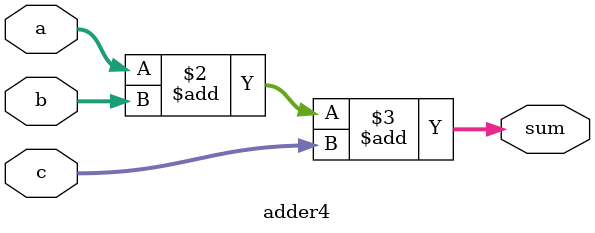
<source format=v>
`define width 4
module adder4(a, b, c, sum);
  input[`width-1:0] a,b,c;
  output[`width:0] sum;

  wire[`width-1:0] a, b, c;
  reg[`width:0] sum;
  always @(a or b or c)
    begin
      sum = a+b+c;
    end
endmodule


</source>
